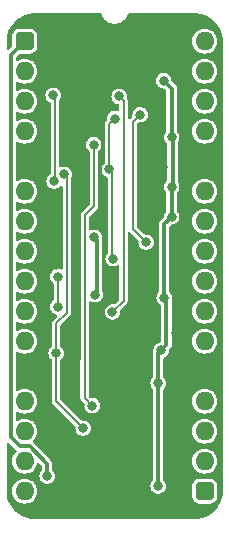
<source format=gbl>
%TF.GenerationSoftware,KiCad,Pcbnew,8.0.4*%
%TF.CreationDate,2024-08-13T15:33:33+02:00*%
%TF.ProjectId,SD Card Write Signals,53442043-6172-4642-9057-726974652053,V0*%
%TF.SameCoordinates,PX54c81a0PY37b6b20*%
%TF.FileFunction,Copper,L2,Bot*%
%TF.FilePolarity,Positive*%
%FSLAX46Y46*%
G04 Gerber Fmt 4.6, Leading zero omitted, Abs format (unit mm)*
G04 Created by KiCad (PCBNEW 8.0.4) date 2024-08-13 15:33:33*
%MOMM*%
%LPD*%
G01*
G04 APERTURE LIST*
G04 Aperture macros list*
%AMRoundRect*
0 Rectangle with rounded corners*
0 $1 Rounding radius*
0 $2 $3 $4 $5 $6 $7 $8 $9 X,Y pos of 4 corners*
0 Add a 4 corners polygon primitive as box body*
4,1,4,$2,$3,$4,$5,$6,$7,$8,$9,$2,$3,0*
0 Add four circle primitives for the rounded corners*
1,1,$1+$1,$2,$3*
1,1,$1+$1,$4,$5*
1,1,$1+$1,$6,$7*
1,1,$1+$1,$8,$9*
0 Add four rect primitives between the rounded corners*
20,1,$1+$1,$2,$3,$4,$5,0*
20,1,$1+$1,$4,$5,$6,$7,0*
20,1,$1+$1,$6,$7,$8,$9,0*
20,1,$1+$1,$8,$9,$2,$3,0*%
G04 Aperture macros list end*
%TA.AperFunction,ComponentPad*%
%ADD10RoundRect,0.400000X-0.400000X-0.400000X0.400000X-0.400000X0.400000X0.400000X-0.400000X0.400000X0*%
%TD*%
%TA.AperFunction,ComponentPad*%
%ADD11O,1.600000X1.600000*%
%TD*%
%TA.AperFunction,ComponentPad*%
%ADD12R,1.600000X1.600000*%
%TD*%
%TA.AperFunction,ViaPad*%
%ADD13C,0.800000*%
%TD*%
%TA.AperFunction,Conductor*%
%ADD14C,0.380000*%
%TD*%
%TA.AperFunction,Conductor*%
%ADD15C,0.200000*%
%TD*%
G04 APERTURE END LIST*
D10*
%TO.P,J1,1,Pin_1*%
%TO.N,5V*%
X0Y0D03*
D11*
%TO.P,J1,2,Pin_2*%
%TO.N,unconnected-(J1-Pin_2-Pad2)*%
X0Y-2540000D03*
%TO.P,J1,3,Pin_3*%
%TO.N,unconnected-(J1-Pin_3-Pad3)*%
X0Y-5080000D03*
%TO.P,J1,4,Pin_4*%
%TO.N,unconnected-(J1-Pin_4-Pad4)*%
X0Y-7620000D03*
D12*
%TO.P,J1,5,Pin_5*%
%TO.N,GND*%
X0Y-10160000D03*
D11*
%TO.P,J1,6,Pin_6*%
%TO.N,Write Data High*%
X0Y-12700000D03*
%TO.P,J1,7,Pin_7*%
%TO.N,Write Data Low*%
X0Y-15240000D03*
%TO.P,J1,8,Pin_8*%
%TO.N,~{Reset}*%
X0Y-17780000D03*
%TO.P,J1,9,Pin_9*%
%TO.N,unconnected-(J1-Pin_9-Pad9)*%
X0Y-20320000D03*
%TO.P,J1,10,Pin_10*%
%TO.N,unconnected-(J1-Pin_10-Pad10)*%
X0Y-22860000D03*
%TO.P,J1,11,Pin_11*%
%TO.N,Fast CLK*%
X0Y-25400000D03*
D12*
%TO.P,J1,12,Pin_12*%
%TO.N,GND*%
X0Y-27940000D03*
D11*
%TO.P,J1,13,Pin_13*%
%TO.N,unconnected-(J1-Pin_13-Pad13)*%
X0Y-30480000D03*
%TO.P,J1,14,Pin_14*%
%TO.N,unconnected-(J1-Pin_14-Pad14)*%
X0Y-33020000D03*
%TO.P,J1,15,Pin_15*%
%TO.N,unconnected-(J1-Pin_15-Pad15)*%
X0Y-35560000D03*
%TO.P,J1,16,Pin_16*%
%TO.N,unconnected-(J1-Pin_16-Pad16)*%
X0Y-38100000D03*
D10*
%TO.P,J1,17,Pin_17*%
%TO.N,5V*%
X15240000Y-38100000D03*
D11*
%TO.P,J1,18,Pin_18*%
%TO.N,unconnected-(J1-Pin_18-Pad18)*%
X15240000Y-35560000D03*
%TO.P,J1,19,Pin_19*%
%TO.N,unconnected-(J1-Pin_19-Pad19)*%
X15240000Y-33020000D03*
%TO.P,J1,20,Pin_20*%
%TO.N,~{Write Low Nybble}*%
X15240000Y-30480000D03*
D12*
%TO.P,J1,21,Pin_21*%
%TO.N,GND*%
X15240000Y-27940000D03*
D11*
%TO.P,J1,22,Pin_22*%
%TO.N,~{Write High Nybble}*%
X15240000Y-25400000D03*
%TO.P,J1,23,Pin_23*%
%TO.N,unconnected-(J1-Pin_23-Pad23)*%
X15240000Y-22860000D03*
%TO.P,J1,24,Pin_24*%
%TO.N,unconnected-(J1-Pin_24-Pad24)*%
X15240000Y-20320000D03*
%TO.P,J1,25,Pin_25*%
%TO.N,Write Data*%
X15240000Y-17780000D03*
%TO.P,J1,26,Pin_26*%
%TO.N,unconnected-(J1-Pin_26-Pad26)*%
X15240000Y-15240000D03*
%TO.P,J1,27,Pin_27*%
%TO.N,unconnected-(J1-Pin_27-Pad27)*%
X15240000Y-12700000D03*
D12*
%TO.P,J1,28,Pin_28*%
%TO.N,GND*%
X15240000Y-10160000D03*
D11*
%TO.P,J1,29,Pin_29*%
%TO.N,SD CLK*%
X15240000Y-7620000D03*
%TO.P,J1,30,Pin_30*%
%TO.N,unconnected-(J1-Pin_30-Pad30)*%
X15240000Y-5080000D03*
%TO.P,J1,31,Pin_31*%
%TO.N,unconnected-(J1-Pin_31-Pad31)*%
X15240000Y-2540000D03*
%TO.P,J1,32,Pin_32*%
%TO.N,unconnected-(J1-Pin_32-Pad32)*%
X15240000Y0D03*
%TD*%
D13*
%TO.N,/3.3V*%
X11770000Y-3343000D03*
X11811003Y-21717003D03*
X12446000Y-8123000D03*
X5883169Y-16595831D03*
X11557000Y-26162000D03*
X11303000Y-28956000D03*
X11303000Y-37670000D03*
X5969000Y-21463000D03*
X12446000Y-14859000D03*
X12446000Y-12319000D03*
%TO.N,GND*%
X10077030Y-2837970D03*
X13081000Y-19304000D03*
X6858000Y-24003000D03*
X2651263Y-18927502D03*
X13081000Y-31750000D03*
X11684000Y-10618000D03*
X10287000Y-18415008D03*
X10286988Y-34925000D03*
X3429000Y-34798000D03*
X3937000Y-27558996D03*
X12827008Y-24715000D03*
X4753557Y-5925000D03*
X10033000Y-5206996D03*
X4660000Y-2667000D03*
X4473775Y-13065003D03*
X6045999Y-27050998D03*
X11108002Y-23996087D03*
X8531893Y-27654998D03*
X2648543Y-16364992D03*
%TO.N,5V*%
X1905000Y-36830000D03*
%TO.N,/SD Write*%
X3349124Y-11268002D03*
X2667000Y-26416000D03*
X4953000Y-32766000D03*
%TO.N,/~{Reset Write Counter}*%
X2794000Y-22479000D03*
X2806000Y-19939000D03*
%TO.N,/~{SD Write}*%
X2413000Y-4572000D03*
X2488154Y-11853107D03*
%TO.N,/~{Stop Write}*%
X5715000Y-30861000D03*
X5841996Y-8762996D03*
%TO.N,Fast CLK*%
X7988362Y-4671974D03*
X7429500Y-22923500D03*
%TO.N,Write Data*%
X10287000Y-17018006D03*
X9779000Y-6223000D03*
%TO.N,/~{Write Data}*%
X7493000Y-18415000D03*
X7620000Y-6555000D03*
X7163644Y-10858000D03*
%TD*%
D14*
%TO.N,GND*%
X6045999Y-25831001D02*
X6045999Y-27050998D01*
X6858000Y-24003000D02*
X6858000Y-25019000D01*
X6858000Y-25019000D02*
X6045999Y-25831001D01*
X4572000Y-26923996D02*
X3937000Y-27558996D01*
X4572000Y-13163228D02*
X4572000Y-26923996D01*
X4473775Y-13065003D02*
X4572000Y-13163228D01*
X8531893Y-27654998D02*
X6649999Y-27654998D01*
D15*
%TO.N,/~{Stop Write}*%
X5841996Y-13970004D02*
X5841996Y-8762996D01*
X5071947Y-14740053D02*
X5841996Y-13970004D01*
X5071947Y-30217947D02*
X5071947Y-14740053D01*
X5715000Y-30861000D02*
X5071947Y-30217947D01*
D14*
%TO.N,GND*%
X6649999Y-27654998D02*
X6045999Y-27050998D01*
%TO.N,/3.3V*%
X6096000Y-21336000D02*
X6096000Y-16808662D01*
X12446000Y-4019000D02*
X12446000Y-8123000D01*
X11770000Y-3343000D02*
X12446000Y-4019000D01*
X11303000Y-26416000D02*
X11557000Y-26162000D01*
X5969000Y-21463000D02*
X6096000Y-21336000D01*
X12524000Y-8201000D02*
X12446000Y-8123000D01*
X12001502Y-21907502D02*
X11811003Y-21717003D01*
X6096000Y-16808662D02*
X5883169Y-16595831D01*
X11303000Y-37670000D02*
X11303000Y-28956000D01*
X12446000Y-12319000D02*
X12446000Y-14859000D01*
X11557000Y-26162000D02*
X12001502Y-25717498D01*
X11811003Y-15493997D02*
X11811003Y-21717003D01*
X12001502Y-25717498D02*
X12001502Y-21907502D01*
X12446000Y-14859000D02*
X11811003Y-15493997D01*
X12524000Y-12241000D02*
X12524000Y-8201000D01*
X11303000Y-28956000D02*
X11303000Y-26416000D01*
X12446000Y-12319000D02*
X12524000Y-12241000D01*
%TO.N,GND*%
X4753557Y-5925000D02*
X4699000Y-5870443D01*
X13970000Y-27940000D02*
X12827008Y-26797008D01*
X10287000Y-22606000D02*
X10287000Y-18415008D01*
X4753557Y-5925000D02*
X4699000Y-5979557D01*
X12827008Y-26797008D02*
X12827008Y-24715000D01*
X4660000Y-2667000D02*
X9906060Y-2667000D01*
X11108002Y-23996087D02*
X11101089Y-24003000D01*
X11101089Y-24003000D02*
X6858000Y-24003000D01*
X0Y-27940000D02*
X1778000Y-29718000D01*
X13081000Y-24461008D02*
X13081000Y-19304000D01*
X11176000Y-11126000D02*
X11684000Y-10618000D01*
X11176000Y-17653000D02*
X11176000Y-11126000D01*
X9906060Y-2667000D02*
X10077030Y-2837970D01*
X12827008Y-24715000D02*
X13081000Y-24461008D01*
X4699000Y-12839778D02*
X4473775Y-13065003D01*
X4699000Y-5979557D02*
X4699000Y-12839778D01*
X2648543Y-16364992D02*
X2648543Y-13316543D01*
X10413992Y-18415008D02*
X11176000Y-17653000D01*
X10077030Y-5162966D02*
X10077030Y-2837970D01*
X2648543Y-18924782D02*
X2651263Y-18927502D01*
X10619000Y-9553000D02*
X10619000Y-5792996D01*
X1778000Y-29718000D02*
X1778000Y-33147000D01*
X10287000Y-18415008D02*
X10413992Y-18415008D01*
X10033000Y-5206996D02*
X10077030Y-5162966D01*
X4699000Y-5870443D02*
X4699000Y-2706000D01*
X2648543Y-13316543D02*
X0Y-10668000D01*
X1778000Y-33147000D02*
X3429000Y-34798000D01*
X11108002Y-23427002D02*
X10287000Y-22606000D01*
X10619000Y-5792996D02*
X10033000Y-5206996D01*
X4699000Y-2706000D02*
X4660000Y-2667000D01*
X13081000Y-31750000D02*
X13081000Y-28829000D01*
X13081000Y-28829000D02*
X13970000Y-27940000D01*
X11108002Y-23996087D02*
X11108002Y-23427002D01*
X2648543Y-16364992D02*
X2648543Y-18924782D01*
X15240000Y-27940000D02*
X13970000Y-27940000D01*
X11684000Y-10618000D02*
X10619000Y-9553000D01*
%TO.N,5V*%
X-1190000Y-1190000D02*
X0Y0D01*
X412915Y-34290000D02*
X-412915Y-34290000D01*
X-412915Y-34290000D02*
X-1190000Y-33512915D01*
X-1190000Y-33512915D02*
X-1190000Y-1190000D01*
X1905000Y-35782085D02*
X412915Y-34290000D01*
X1905000Y-36830000D02*
X1905000Y-35782085D01*
D15*
%TO.N,/SD Write*%
X3556000Y-22987000D02*
X3556000Y-11474878D01*
X2667000Y-26416000D02*
X2667000Y-30480000D01*
X3556000Y-11474878D02*
X3349124Y-11268002D01*
X2667000Y-30480000D02*
X4953000Y-32766000D01*
X2667000Y-26416000D02*
X2667000Y-23876000D01*
X2667000Y-23876000D02*
X3556000Y-22987000D01*
%TO.N,/~{Reset Write Counter}*%
X2794000Y-22479000D02*
X2806000Y-22467000D01*
X2806000Y-22467000D02*
X2806000Y-19939000D01*
%TO.N,/~{SD Write}*%
X2413000Y-4572000D02*
X2540000Y-4699000D01*
X2540000Y-4699000D02*
X2540000Y-11801261D01*
X2540000Y-11801261D02*
X2488154Y-11853107D01*
%TO.N,Fast CLK*%
X8370000Y-5053612D02*
X7988362Y-4671974D01*
X7429500Y-22923500D02*
X8370000Y-21983000D01*
X8370000Y-21983000D02*
X8370000Y-5053612D01*
%TO.N,Write Data*%
X9144004Y-15875010D02*
X9144004Y-6857996D01*
X9144004Y-6857996D02*
X9779000Y-6223000D01*
X10287000Y-17018006D02*
X9144004Y-15875010D01*
%TO.N,/~{Write Data}*%
X7366000Y-18288000D02*
X7366000Y-11060356D01*
X7163644Y-7011356D02*
X7620000Y-6555000D01*
X7366000Y-11060356D02*
X7163644Y-10858000D01*
X7163644Y-10858000D02*
X7163644Y-7011356D01*
X7493000Y-18415000D02*
X7366000Y-18288000D01*
%TD*%
%TA.AperFunction,Conductor*%
%TO.N,GND*%
G36*
X-1322297Y-34004025D02*
G01*
X-1315819Y-34010057D01*
X-714560Y-34611316D01*
X-681075Y-34672639D01*
X-686059Y-34742331D01*
X-723574Y-34794849D01*
X-746412Y-34813592D01*
X-877683Y-34973546D01*
X-975231Y-35156043D01*
X-1035301Y-35354067D01*
X-1055583Y-35560000D01*
X-1035301Y-35765932D01*
X-1035300Y-35765934D01*
X-975232Y-35963954D01*
X-877685Y-36146450D01*
X-877683Y-36146452D01*
X-746411Y-36306410D01*
X-649791Y-36385702D01*
X-586450Y-36437685D01*
X-403954Y-36535232D01*
X-205934Y-36595300D01*
X-205935Y-36595300D01*
X-187471Y-36597118D01*
X0Y-36615583D01*
X205934Y-36595300D01*
X403954Y-36535232D01*
X586450Y-36437685D01*
X746410Y-36306410D01*
X877685Y-36146450D01*
X975232Y-35963954D01*
X1028914Y-35786984D01*
X1067210Y-35728548D01*
X1131023Y-35700092D01*
X1200090Y-35710652D01*
X1235255Y-35735301D01*
X1428181Y-35928227D01*
X1461666Y-35989550D01*
X1464500Y-36015908D01*
X1464500Y-36295381D01*
X1444815Y-36362420D01*
X1422727Y-36388196D01*
X1414518Y-36395468D01*
X1324781Y-36525475D01*
X1324780Y-36525476D01*
X1268762Y-36673181D01*
X1249722Y-36829999D01*
X1249722Y-36830000D01*
X1268762Y-36986818D01*
X1321080Y-37124768D01*
X1324780Y-37134523D01*
X1414517Y-37264530D01*
X1524000Y-37361522D01*
X1524000Y-40463232D01*
X839477Y-40463232D01*
X831992Y-40463006D01*
X558355Y-40446458D01*
X543490Y-40444653D01*
X277546Y-40395920D01*
X263006Y-40392337D01*
X4865Y-40311899D01*
X-9135Y-40306589D01*
X-255693Y-40195625D01*
X-268946Y-40188670D01*
X-500348Y-40048786D01*
X-512660Y-40040286D01*
X-725491Y-39873546D01*
X-736700Y-39863617D01*
X-927895Y-39672425D01*
X-937824Y-39661217D01*
X-1104569Y-39448385D01*
X-1113075Y-39436062D01*
X-1252958Y-39204671D01*
X-1259906Y-39191435D01*
X-1370889Y-38944842D01*
X-1376190Y-38930862D01*
X-1387622Y-38894177D01*
X-1456631Y-38672720D01*
X-1460213Y-38658187D01*
X-1508950Y-38392236D01*
X-1510755Y-38377372D01*
X-1527274Y-38104281D01*
X-1527403Y-38100000D01*
X-1055583Y-38100000D01*
X-1035301Y-38305932D01*
X-1035300Y-38305934D01*
X-975232Y-38503954D01*
X-877685Y-38686450D01*
X-877683Y-38686452D01*
X-746411Y-38846410D01*
X-649791Y-38925702D01*
X-586450Y-38977685D01*
X-403954Y-39075232D01*
X-205934Y-39135300D01*
X-205935Y-39135300D01*
X-187471Y-39137118D01*
X0Y-39155583D01*
X205934Y-39135300D01*
X403954Y-39075232D01*
X586450Y-38977685D01*
X746410Y-38846410D01*
X877685Y-38686450D01*
X975232Y-38503954D01*
X1035300Y-38305934D01*
X1055583Y-38100000D01*
X1035300Y-37894066D01*
X975232Y-37696046D01*
X877685Y-37513550D01*
X819537Y-37442696D01*
X746410Y-37353589D01*
X586452Y-37222317D01*
X586453Y-37222317D01*
X586450Y-37222315D01*
X403954Y-37124768D01*
X205934Y-37064700D01*
X205932Y-37064699D01*
X205934Y-37064699D01*
X0Y-37044417D01*
X-205933Y-37064699D01*
X-403957Y-37124769D01*
X-514102Y-37183643D01*
X-586450Y-37222315D01*
X-586452Y-37222316D01*
X-586453Y-37222317D01*
X-746411Y-37353589D01*
X-877683Y-37513547D01*
X-975231Y-37696043D01*
X-1035301Y-37894067D01*
X-1055583Y-38100000D01*
X-1527403Y-38100000D01*
X-1527500Y-38096794D01*
X-1527500Y-34097738D01*
X-1507815Y-34030699D01*
X-1455011Y-33984944D01*
X-1385853Y-33975000D01*
X-1322297Y-34004025D01*
G37*
%TD.AperFunction*%
%TA.AperFunction,Conductor*%
G36*
X1524000Y-34778124D02*
G01*
X714559Y-33968683D01*
X681074Y-33907360D01*
X686058Y-33837668D01*
X723577Y-33785147D01*
X746410Y-33766410D01*
X877685Y-33606450D01*
X975232Y-33423954D01*
X1035300Y-33225934D01*
X1055583Y-33020000D01*
X1035300Y-32814066D01*
X975232Y-32616046D01*
X877685Y-32433550D01*
X825702Y-32370209D01*
X746410Y-32273589D01*
X628677Y-32176969D01*
X586450Y-32142315D01*
X403954Y-32044768D01*
X205934Y-31984700D01*
X205932Y-31984699D01*
X205934Y-31984699D01*
X0Y-31964417D01*
X-205933Y-31984699D01*
X-403959Y-32044769D01*
X-567047Y-32131943D01*
X-635449Y-32146185D01*
X-700693Y-32121185D01*
X-742064Y-32064880D01*
X-749500Y-32022585D01*
X-749500Y-31477414D01*
X-729815Y-31410375D01*
X-677011Y-31364620D01*
X-607853Y-31354676D01*
X-567050Y-31368054D01*
X-403954Y-31455232D01*
X-205934Y-31515300D01*
X-205935Y-31515300D01*
X-187471Y-31517118D01*
X0Y-31535583D01*
X205934Y-31515300D01*
X403954Y-31455232D01*
X586450Y-31357685D01*
X746410Y-31226410D01*
X877685Y-31066450D01*
X975232Y-30883954D01*
X1035300Y-30685934D01*
X1055583Y-30480000D01*
X1035300Y-30274066D01*
X975232Y-30076046D01*
X877685Y-29893550D01*
X825702Y-29830209D01*
X746410Y-29733589D01*
X628677Y-29636969D01*
X586450Y-29602315D01*
X403954Y-29504768D01*
X205934Y-29444700D01*
X205932Y-29444699D01*
X205934Y-29444699D01*
X0Y-29424417D01*
X-205933Y-29444699D01*
X-403959Y-29504769D01*
X-567047Y-29591943D01*
X-635449Y-29606185D01*
X-700693Y-29581185D01*
X-742064Y-29524880D01*
X-749500Y-29482585D01*
X-749500Y-26397414D01*
X-729815Y-26330375D01*
X-677011Y-26284620D01*
X-607853Y-26274676D01*
X-567050Y-26288054D01*
X-403954Y-26375232D01*
X-205934Y-26435300D01*
X-205935Y-26435300D01*
X-187471Y-26437118D01*
X0Y-26455583D01*
X205934Y-26435300D01*
X403954Y-26375232D01*
X586450Y-26277685D01*
X746410Y-26146410D01*
X877685Y-25986450D01*
X975232Y-25803954D01*
X1035300Y-25605934D01*
X1055583Y-25400000D01*
X1035300Y-25194066D01*
X975232Y-24996046D01*
X877685Y-24813550D01*
X825702Y-24750209D01*
X746410Y-24653589D01*
X628677Y-24556969D01*
X586450Y-24522315D01*
X403954Y-24424768D01*
X205934Y-24364700D01*
X205932Y-24364699D01*
X205934Y-24364699D01*
X0Y-24344417D01*
X-205933Y-24364699D01*
X-403959Y-24424769D01*
X-567047Y-24511943D01*
X-635449Y-24526185D01*
X-700693Y-24501185D01*
X-742064Y-24444880D01*
X-749500Y-24402585D01*
X-749500Y-23857414D01*
X-729815Y-23790375D01*
X-677011Y-23744620D01*
X-607853Y-23734676D01*
X-567050Y-23748054D01*
X-403954Y-23835232D01*
X-205934Y-23895300D01*
X-205935Y-23895300D01*
X-187471Y-23897118D01*
X0Y-23915583D01*
X205934Y-23895300D01*
X403954Y-23835232D01*
X586450Y-23737685D01*
X746410Y-23606410D01*
X877685Y-23446450D01*
X975232Y-23263954D01*
X1035300Y-23065934D01*
X1055583Y-22860000D01*
X1035300Y-22654066D01*
X975232Y-22456046D01*
X877685Y-22273550D01*
X825702Y-22210209D01*
X746410Y-22113589D01*
X628677Y-22016969D01*
X586450Y-21982315D01*
X403954Y-21884768D01*
X205934Y-21824700D01*
X205932Y-21824699D01*
X205934Y-21824699D01*
X0Y-21804417D01*
X-205933Y-21824699D01*
X-403959Y-21884769D01*
X-567047Y-21971943D01*
X-635449Y-21986185D01*
X-700693Y-21961185D01*
X-742064Y-21904880D01*
X-749500Y-21862585D01*
X-749500Y-21317414D01*
X-729815Y-21250375D01*
X-677011Y-21204620D01*
X-607853Y-21194676D01*
X-567050Y-21208054D01*
X-403954Y-21295232D01*
X-205934Y-21355300D01*
X-205935Y-21355300D01*
X-187471Y-21357118D01*
X0Y-21375583D01*
X205934Y-21355300D01*
X403954Y-21295232D01*
X586450Y-21197685D01*
X746410Y-21066410D01*
X877685Y-20906450D01*
X975232Y-20723954D01*
X1035300Y-20525934D01*
X1055583Y-20320000D01*
X1035300Y-20114066D01*
X975232Y-19916046D01*
X877685Y-19733550D01*
X825702Y-19670209D01*
X746410Y-19573589D01*
X628677Y-19476969D01*
X586450Y-19442315D01*
X403954Y-19344768D01*
X205934Y-19284700D01*
X205932Y-19284699D01*
X205934Y-19284699D01*
X0Y-19264417D01*
X-205933Y-19284699D01*
X-403959Y-19344769D01*
X-567047Y-19431943D01*
X-635449Y-19446185D01*
X-700693Y-19421185D01*
X-742064Y-19364880D01*
X-749500Y-19322585D01*
X-749500Y-18777414D01*
X-729815Y-18710375D01*
X-677011Y-18664620D01*
X-607853Y-18654676D01*
X-567050Y-18668054D01*
X-403954Y-18755232D01*
X-205934Y-18815300D01*
X-205935Y-18815300D01*
X-187471Y-18817118D01*
X0Y-18835583D01*
X205934Y-18815300D01*
X403954Y-18755232D01*
X586450Y-18657685D01*
X746410Y-18526410D01*
X877685Y-18366450D01*
X975232Y-18183954D01*
X1035300Y-17985934D01*
X1055583Y-17780000D01*
X1035300Y-17574066D01*
X975232Y-17376046D01*
X877685Y-17193550D01*
X825702Y-17130209D01*
X746410Y-17033589D01*
X628677Y-16936969D01*
X586450Y-16902315D01*
X403954Y-16804768D01*
X205934Y-16744700D01*
X205932Y-16744699D01*
X205934Y-16744699D01*
X0Y-16724417D01*
X-205933Y-16744699D01*
X-403959Y-16804769D01*
X-567047Y-16891943D01*
X-635449Y-16906185D01*
X-700693Y-16881185D01*
X-742064Y-16824880D01*
X-749500Y-16782585D01*
X-749500Y-16237414D01*
X-729815Y-16170375D01*
X-677011Y-16124620D01*
X-607853Y-16114676D01*
X-567050Y-16128054D01*
X-403954Y-16215232D01*
X-205934Y-16275300D01*
X-205935Y-16275300D01*
X-187471Y-16277118D01*
X0Y-16295583D01*
X205934Y-16275300D01*
X403954Y-16215232D01*
X586450Y-16117685D01*
X746410Y-15986410D01*
X877685Y-15826450D01*
X975232Y-15643954D01*
X1035300Y-15445934D01*
X1055583Y-15240000D01*
X1035300Y-15034066D01*
X975232Y-14836046D01*
X877685Y-14653550D01*
X825702Y-14590209D01*
X746410Y-14493589D01*
X628677Y-14396969D01*
X586450Y-14362315D01*
X403954Y-14264768D01*
X205934Y-14204700D01*
X205932Y-14204699D01*
X205934Y-14204699D01*
X0Y-14184417D01*
X-205933Y-14204699D01*
X-403959Y-14264769D01*
X-567047Y-14351943D01*
X-635449Y-14366185D01*
X-700693Y-14341185D01*
X-742064Y-14284880D01*
X-749500Y-14242585D01*
X-749500Y-13697414D01*
X-729815Y-13630375D01*
X-677011Y-13584620D01*
X-607853Y-13574676D01*
X-567050Y-13588054D01*
X-403954Y-13675232D01*
X-205934Y-13735300D01*
X-205935Y-13735300D01*
X-187471Y-13737118D01*
X0Y-13755583D01*
X205934Y-13735300D01*
X403954Y-13675232D01*
X586450Y-13577685D01*
X746410Y-13446410D01*
X877685Y-13286450D01*
X975232Y-13103954D01*
X1035300Y-12905934D01*
X1055583Y-12700000D01*
X1035300Y-12494066D01*
X975232Y-12296046D01*
X877685Y-12113550D01*
X825702Y-12050209D01*
X746410Y-11953589D01*
X628677Y-11856969D01*
X586450Y-11822315D01*
X403954Y-11724768D01*
X205934Y-11664700D01*
X205932Y-11664699D01*
X205934Y-11664699D01*
X0Y-11644417D01*
X-205933Y-11664699D01*
X-403959Y-11724769D01*
X-567047Y-11811943D01*
X-635449Y-11826185D01*
X-700693Y-11801185D01*
X-742064Y-11744880D01*
X-749500Y-11702585D01*
X-749500Y-8617414D01*
X-729815Y-8550375D01*
X-677011Y-8504620D01*
X-607853Y-8494676D01*
X-567050Y-8508054D01*
X-403954Y-8595232D01*
X-205934Y-8655300D01*
X-205935Y-8655300D01*
X-187471Y-8657118D01*
X0Y-8675583D01*
X205934Y-8655300D01*
X403954Y-8595232D01*
X586450Y-8497685D01*
X746410Y-8366410D01*
X877685Y-8206450D01*
X975232Y-8023954D01*
X1035300Y-7825934D01*
X1055583Y-7620000D01*
X1035300Y-7414066D01*
X975232Y-7216046D01*
X877685Y-7033550D01*
X825702Y-6970209D01*
X746410Y-6873589D01*
X628677Y-6776969D01*
X586450Y-6742315D01*
X403954Y-6644768D01*
X205934Y-6584700D01*
X205932Y-6584699D01*
X205934Y-6584699D01*
X0Y-6564417D01*
X-205933Y-6584699D01*
X-403959Y-6644769D01*
X-567047Y-6731943D01*
X-635449Y-6746185D01*
X-700693Y-6721185D01*
X-742064Y-6664880D01*
X-749500Y-6622585D01*
X-749500Y-6077414D01*
X-729815Y-6010375D01*
X-677011Y-5964620D01*
X-607853Y-5954676D01*
X-567050Y-5968054D01*
X-403954Y-6055232D01*
X-205934Y-6115300D01*
X-205935Y-6115300D01*
X-187471Y-6117118D01*
X0Y-6135583D01*
X205934Y-6115300D01*
X403954Y-6055232D01*
X586450Y-5957685D01*
X746410Y-5826410D01*
X877685Y-5666450D01*
X975232Y-5483954D01*
X1035300Y-5285934D01*
X1055583Y-5080000D01*
X1035300Y-4874066D01*
X975232Y-4676046D01*
X877685Y-4493550D01*
X825702Y-4430209D01*
X746410Y-4333589D01*
X628677Y-4236969D01*
X586450Y-4202315D01*
X403954Y-4104768D01*
X205934Y-4044700D01*
X205932Y-4044699D01*
X205934Y-4044699D01*
X0Y-4024417D01*
X-205933Y-4044699D01*
X-403959Y-4104769D01*
X-567047Y-4191943D01*
X-635449Y-4206185D01*
X-700693Y-4181185D01*
X-742064Y-4124880D01*
X-749500Y-4082585D01*
X-749500Y-3537414D01*
X-729815Y-3470375D01*
X-677011Y-3424620D01*
X-607853Y-3414676D01*
X-567050Y-3428054D01*
X-403954Y-3515232D01*
X-205934Y-3575300D01*
X-205935Y-3575300D01*
X-187471Y-3577118D01*
X0Y-3595583D01*
X205934Y-3575300D01*
X403954Y-3515232D01*
X586450Y-3417685D01*
X746410Y-3286410D01*
X877685Y-3126450D01*
X975232Y-2943954D01*
X1035300Y-2745934D01*
X1055583Y-2540000D01*
X1035300Y-2334066D01*
X975232Y-2136046D01*
X877685Y-1953550D01*
X825702Y-1890209D01*
X746410Y-1793589D01*
X628677Y-1696969D01*
X586450Y-1662315D01*
X403954Y-1564768D01*
X205934Y-1504700D01*
X205932Y-1504699D01*
X205934Y-1504699D01*
X0Y-1484417D01*
X-205933Y-1504699D01*
X-403959Y-1564769D01*
X-567047Y-1651943D01*
X-635449Y-1666185D01*
X-700693Y-1641185D01*
X-742064Y-1584880D01*
X-749500Y-1542585D01*
X-749500Y-1423823D01*
X-729815Y-1356784D01*
X-713181Y-1336142D01*
X-463858Y-1086819D01*
X-402535Y-1053334D01*
X-376177Y-1050500D01*
X465686Y-1050500D01*
X465694Y-1050500D01*
X502569Y-1047598D01*
X502571Y-1047597D01*
X502573Y-1047597D01*
X544191Y-1035505D01*
X660398Y-1001744D01*
X801865Y-918081D01*
X918081Y-801865D01*
X1001744Y-660398D01*
X1047598Y-502569D01*
X1050500Y-465694D01*
X1050500Y465694D01*
X1047598Y502569D01*
X1027217Y572719D01*
X1001745Y660394D01*
X1001744Y660397D01*
X1001744Y660398D01*
X918081Y801865D01*
X918079Y801867D01*
X918076Y801871D01*
X801870Y918077D01*
X801862Y918083D01*
X660396Y1001745D01*
X660393Y1001746D01*
X502573Y1047598D01*
X502567Y1047599D01*
X465701Y1050500D01*
X465694Y1050500D01*
X-465694Y1050500D01*
X-465702Y1050500D01*
X-502568Y1047599D01*
X-502574Y1047598D01*
X-660394Y1001746D01*
X-660397Y1001745D01*
X-801863Y918083D01*
X-801871Y918077D01*
X-918077Y801871D01*
X-918083Y801863D01*
X-1001745Y660397D01*
X-1001746Y660394D01*
X-1047598Y502574D01*
X-1047599Y502568D01*
X-1050500Y465702D01*
X-1050500Y-376177D01*
X-1070185Y-443216D01*
X-1086819Y-463858D01*
X-1315819Y-692858D01*
X-1377142Y-726343D01*
X-1446834Y-721359D01*
X-1502767Y-679487D01*
X-1527184Y-614023D01*
X-1527500Y-605177D01*
X-1527500Y-3750D01*
X-1527274Y3737D01*
X-1510722Y277369D01*
X-1508917Y292233D01*
X-1460180Y558184D01*
X-1456597Y572719D01*
X-1429275Y660397D01*
X-1376155Y830864D01*
X-1370856Y844836D01*
X-1259882Y1091409D01*
X-1252933Y1104650D01*
X-1113044Y1336051D01*
X-1104549Y1348359D01*
X-937793Y1561204D01*
X-927880Y1572394D01*
X-736675Y1763597D01*
X-725483Y1773512D01*
X-512629Y1940270D01*
X-500324Y1948763D01*
X-268924Y2088646D01*
X-255693Y2095590D01*
X-9118Y2206562D01*
X4875Y2211868D01*
X263017Y2292306D01*
X277554Y2295889D01*
X543499Y2344622D01*
X558353Y2346426D01*
X832521Y2363007D01*
X840006Y2363232D01*
X891005Y2363232D01*
X891262Y2363256D01*
X1524000Y2363521D01*
X1524000Y-34778124D01*
G37*
%TD.AperFunction*%
%TD*%
%TA.AperFunction,Conductor*%
%TO.N,GND*%
G36*
X14348938Y2363257D02*
G01*
X14349201Y2363233D01*
X14360100Y2363233D01*
X14400525Y2363233D01*
X14408010Y2363007D01*
X14681647Y2346459D01*
X14696505Y2344655D01*
X14962460Y2295920D01*
X14976981Y2292341D01*
X15235136Y2211899D01*
X15249133Y2206590D01*
X15495692Y2095627D01*
X15508951Y2088668D01*
X15740336Y1948793D01*
X15752659Y1940287D01*
X15965490Y1773547D01*
X15976699Y1763618D01*
X16167894Y1572426D01*
X16177823Y1561218D01*
X16344568Y1348386D01*
X16353075Y1336062D01*
X16492955Y1104674D01*
X16499913Y1091416D01*
X16610881Y844860D01*
X16616191Y830858D01*
X16696627Y572730D01*
X16700211Y558192D01*
X16748949Y292238D01*
X16750754Y277373D01*
X16767273Y4301D01*
X16767499Y-3186D01*
X16767500Y-38055830D01*
X16767500Y-38096249D01*
X16767274Y-38103737D01*
X16750721Y-38377369D01*
X16748916Y-38392232D01*
X16700180Y-38658178D01*
X16696596Y-38672718D01*
X16616158Y-38930851D01*
X16610848Y-38944852D01*
X16499885Y-39191399D01*
X16492927Y-39204657D01*
X16353050Y-39436039D01*
X16344543Y-39448363D01*
X16177799Y-39661194D01*
X16167870Y-39672402D01*
X15976682Y-39863588D01*
X15965474Y-39873517D01*
X15752637Y-40040262D01*
X15740313Y-40048768D01*
X15508937Y-40188637D01*
X15495678Y-40195596D01*
X15249125Y-40306557D01*
X15235124Y-40311867D01*
X14976982Y-40392305D01*
X14962443Y-40395888D01*
X14696505Y-40444620D01*
X14681641Y-40446425D01*
X14433129Y-40461454D01*
X14407477Y-40463006D01*
X14399994Y-40463232D01*
X13716000Y-40463232D01*
X13716000Y-37634298D01*
X14189500Y-37634298D01*
X14189500Y-38565701D01*
X14192401Y-38602567D01*
X14192402Y-38602573D01*
X14238254Y-38760393D01*
X14238255Y-38760396D01*
X14321917Y-38901862D01*
X14321923Y-38901870D01*
X14438129Y-39018076D01*
X14438133Y-39018079D01*
X14438135Y-39018081D01*
X14579602Y-39101744D01*
X14621224Y-39113836D01*
X14737426Y-39147597D01*
X14737429Y-39147597D01*
X14737431Y-39147598D01*
X14774306Y-39150500D01*
X14774314Y-39150500D01*
X15705686Y-39150500D01*
X15705694Y-39150500D01*
X15742569Y-39147598D01*
X15742571Y-39147597D01*
X15742573Y-39147597D01*
X15784191Y-39135505D01*
X15900398Y-39101744D01*
X16041865Y-39018081D01*
X16158081Y-38901865D01*
X16241744Y-38760398D01*
X16287598Y-38602569D01*
X16290500Y-38565694D01*
X16290500Y-37634306D01*
X16287598Y-37597431D01*
X16241744Y-37439602D01*
X16158081Y-37298135D01*
X16158079Y-37298133D01*
X16158076Y-37298129D01*
X16041870Y-37181923D01*
X16041862Y-37181917D01*
X15900396Y-37098255D01*
X15900393Y-37098254D01*
X15742573Y-37052402D01*
X15742567Y-37052401D01*
X15705701Y-37049500D01*
X15705694Y-37049500D01*
X14774306Y-37049500D01*
X14774298Y-37049500D01*
X14737432Y-37052401D01*
X14737426Y-37052402D01*
X14579606Y-37098254D01*
X14579603Y-37098255D01*
X14438137Y-37181917D01*
X14438129Y-37181923D01*
X14321923Y-37298129D01*
X14321917Y-37298137D01*
X14238255Y-37439603D01*
X14238254Y-37439606D01*
X14192402Y-37597426D01*
X14192401Y-37597432D01*
X14189500Y-37634298D01*
X13716000Y-37634298D01*
X13716000Y-35560000D01*
X14184417Y-35560000D01*
X14204699Y-35765932D01*
X14204700Y-35765934D01*
X14264768Y-35963954D01*
X14362315Y-36146450D01*
X14362317Y-36146452D01*
X14493589Y-36306410D01*
X14590209Y-36385702D01*
X14653550Y-36437685D01*
X14836046Y-36535232D01*
X15034066Y-36595300D01*
X15034065Y-36595300D01*
X15052529Y-36597118D01*
X15240000Y-36615583D01*
X15445934Y-36595300D01*
X15643954Y-36535232D01*
X15826450Y-36437685D01*
X15986410Y-36306410D01*
X16117685Y-36146450D01*
X16215232Y-35963954D01*
X16275300Y-35765934D01*
X16295583Y-35560000D01*
X16275300Y-35354066D01*
X16215232Y-35156046D01*
X16117685Y-34973550D01*
X16065702Y-34910209D01*
X15986410Y-34813589D01*
X15826452Y-34682317D01*
X15826453Y-34682317D01*
X15826450Y-34682315D01*
X15643954Y-34584768D01*
X15445934Y-34524700D01*
X15445932Y-34524699D01*
X15445934Y-34524699D01*
X15240000Y-34504417D01*
X15034067Y-34524699D01*
X14836043Y-34584769D01*
X14725898Y-34643643D01*
X14653550Y-34682315D01*
X14653548Y-34682316D01*
X14653547Y-34682317D01*
X14493589Y-34813589D01*
X14362317Y-34973547D01*
X14264769Y-35156043D01*
X14204699Y-35354067D01*
X14184417Y-35560000D01*
X13716000Y-35560000D01*
X13716000Y-33020000D01*
X14184417Y-33020000D01*
X14204699Y-33225932D01*
X14204700Y-33225934D01*
X14264768Y-33423954D01*
X14362315Y-33606450D01*
X14362317Y-33606452D01*
X14493589Y-33766410D01*
X14590209Y-33845702D01*
X14653550Y-33897685D01*
X14836046Y-33995232D01*
X15034066Y-34055300D01*
X15034065Y-34055300D01*
X15052529Y-34057118D01*
X15240000Y-34075583D01*
X15445934Y-34055300D01*
X15643954Y-33995232D01*
X15826450Y-33897685D01*
X15986410Y-33766410D01*
X16117685Y-33606450D01*
X16215232Y-33423954D01*
X16275300Y-33225934D01*
X16295583Y-33020000D01*
X16275300Y-32814066D01*
X16215232Y-32616046D01*
X16117685Y-32433550D01*
X16065702Y-32370209D01*
X15986410Y-32273589D01*
X15826452Y-32142317D01*
X15826453Y-32142317D01*
X15826450Y-32142315D01*
X15643954Y-32044768D01*
X15445934Y-31984700D01*
X15445932Y-31984699D01*
X15445934Y-31984699D01*
X15240000Y-31964417D01*
X15034067Y-31984699D01*
X14836043Y-32044769D01*
X14725898Y-32103643D01*
X14653550Y-32142315D01*
X14653548Y-32142316D01*
X14653547Y-32142317D01*
X14493589Y-32273589D01*
X14362317Y-32433547D01*
X14264769Y-32616043D01*
X14204699Y-32814067D01*
X14184417Y-33020000D01*
X13716000Y-33020000D01*
X13716000Y-30480000D01*
X14184417Y-30480000D01*
X14204699Y-30685932D01*
X14204700Y-30685934D01*
X14264768Y-30883954D01*
X14362315Y-31066450D01*
X14362317Y-31066452D01*
X14493589Y-31226410D01*
X14590209Y-31305702D01*
X14653550Y-31357685D01*
X14836046Y-31455232D01*
X15034066Y-31515300D01*
X15034065Y-31515300D01*
X15052529Y-31517118D01*
X15240000Y-31535583D01*
X15445934Y-31515300D01*
X15643954Y-31455232D01*
X15826450Y-31357685D01*
X15986410Y-31226410D01*
X16117685Y-31066450D01*
X16215232Y-30883954D01*
X16275300Y-30685934D01*
X16295583Y-30480000D01*
X16275300Y-30274066D01*
X16215232Y-30076046D01*
X16117685Y-29893550D01*
X16065702Y-29830209D01*
X15986410Y-29733589D01*
X15826452Y-29602317D01*
X15826453Y-29602317D01*
X15826450Y-29602315D01*
X15643954Y-29504768D01*
X15445934Y-29444700D01*
X15445932Y-29444699D01*
X15445934Y-29444699D01*
X15240000Y-29424417D01*
X15034067Y-29444699D01*
X14836043Y-29504769D01*
X14725898Y-29563643D01*
X14653550Y-29602315D01*
X14653548Y-29602316D01*
X14653547Y-29602317D01*
X14493589Y-29733589D01*
X14362317Y-29893547D01*
X14264769Y-30076043D01*
X14204699Y-30274067D01*
X14184417Y-30480000D01*
X13716000Y-30480000D01*
X13716000Y-25400000D01*
X14184417Y-25400000D01*
X14204699Y-25605932D01*
X14204700Y-25605934D01*
X14264768Y-25803954D01*
X14362315Y-25986450D01*
X14362317Y-25986452D01*
X14493589Y-26146410D01*
X14590209Y-26225702D01*
X14653550Y-26277685D01*
X14836046Y-26375232D01*
X15034066Y-26435300D01*
X15034065Y-26435300D01*
X15052529Y-26437118D01*
X15240000Y-26455583D01*
X15445934Y-26435300D01*
X15643954Y-26375232D01*
X15826450Y-26277685D01*
X15986410Y-26146410D01*
X16117685Y-25986450D01*
X16215232Y-25803954D01*
X16275300Y-25605934D01*
X16295583Y-25400000D01*
X16275300Y-25194066D01*
X16215232Y-24996046D01*
X16117685Y-24813550D01*
X16065702Y-24750209D01*
X15986410Y-24653589D01*
X15826452Y-24522317D01*
X15826453Y-24522317D01*
X15826450Y-24522315D01*
X15643954Y-24424768D01*
X15445934Y-24364700D01*
X15445932Y-24364699D01*
X15445934Y-24364699D01*
X15240000Y-24344417D01*
X15034067Y-24364699D01*
X14836043Y-24424769D01*
X14725898Y-24483643D01*
X14653550Y-24522315D01*
X14653548Y-24522316D01*
X14653547Y-24522317D01*
X14493589Y-24653589D01*
X14362317Y-24813547D01*
X14264769Y-24996043D01*
X14204699Y-25194067D01*
X14184417Y-25400000D01*
X13716000Y-25400000D01*
X13716000Y-22860000D01*
X14184417Y-22860000D01*
X14204699Y-23065932D01*
X14204700Y-23065934D01*
X14264768Y-23263954D01*
X14362315Y-23446450D01*
X14362317Y-23446452D01*
X14493589Y-23606410D01*
X14590209Y-23685702D01*
X14653550Y-23737685D01*
X14836046Y-23835232D01*
X15034066Y-23895300D01*
X15034065Y-23895300D01*
X15052529Y-23897118D01*
X15240000Y-23915583D01*
X15445934Y-23895300D01*
X15643954Y-23835232D01*
X15826450Y-23737685D01*
X15986410Y-23606410D01*
X16117685Y-23446450D01*
X16215232Y-23263954D01*
X16275300Y-23065934D01*
X16295583Y-22860000D01*
X16275300Y-22654066D01*
X16215232Y-22456046D01*
X16117685Y-22273550D01*
X16065702Y-22210209D01*
X15986410Y-22113589D01*
X15826452Y-21982317D01*
X15826453Y-21982317D01*
X15826450Y-21982315D01*
X15643954Y-21884768D01*
X15445934Y-21824700D01*
X15445932Y-21824699D01*
X15445934Y-21824699D01*
X15240000Y-21804417D01*
X15034067Y-21824699D01*
X14836043Y-21884769D01*
X14725898Y-21943643D01*
X14653550Y-21982315D01*
X14653548Y-21982316D01*
X14653547Y-21982317D01*
X14493589Y-22113589D01*
X14362317Y-22273547D01*
X14264769Y-22456043D01*
X14204699Y-22654067D01*
X14184417Y-22860000D01*
X13716000Y-22860000D01*
X13716000Y-20320000D01*
X14184417Y-20320000D01*
X14204699Y-20525932D01*
X14204700Y-20525934D01*
X14264768Y-20723954D01*
X14362315Y-20906450D01*
X14362317Y-20906452D01*
X14493589Y-21066410D01*
X14590209Y-21145702D01*
X14653550Y-21197685D01*
X14836046Y-21295232D01*
X15034066Y-21355300D01*
X15034065Y-21355300D01*
X15052529Y-21357118D01*
X15240000Y-21375583D01*
X15445934Y-21355300D01*
X15643954Y-21295232D01*
X15826450Y-21197685D01*
X15986410Y-21066410D01*
X16117685Y-20906450D01*
X16215232Y-20723954D01*
X16275300Y-20525934D01*
X16295583Y-20320000D01*
X16275300Y-20114066D01*
X16215232Y-19916046D01*
X16117685Y-19733550D01*
X16065702Y-19670209D01*
X15986410Y-19573589D01*
X15826452Y-19442317D01*
X15826453Y-19442317D01*
X15826450Y-19442315D01*
X15643954Y-19344768D01*
X15445934Y-19284700D01*
X15445932Y-19284699D01*
X15445934Y-19284699D01*
X15240000Y-19264417D01*
X15034067Y-19284699D01*
X14836043Y-19344769D01*
X14725898Y-19403643D01*
X14653550Y-19442315D01*
X14653548Y-19442316D01*
X14653547Y-19442317D01*
X14493589Y-19573589D01*
X14362317Y-19733547D01*
X14264769Y-19916043D01*
X14204699Y-20114067D01*
X14184417Y-20320000D01*
X13716000Y-20320000D01*
X13716000Y-17780000D01*
X14184417Y-17780000D01*
X14204699Y-17985932D01*
X14204700Y-17985934D01*
X14264768Y-18183954D01*
X14362315Y-18366450D01*
X14362317Y-18366452D01*
X14493589Y-18526410D01*
X14590209Y-18605702D01*
X14653550Y-18657685D01*
X14836046Y-18755232D01*
X15034066Y-18815300D01*
X15034065Y-18815300D01*
X15052529Y-18817118D01*
X15240000Y-18835583D01*
X15445934Y-18815300D01*
X15643954Y-18755232D01*
X15826450Y-18657685D01*
X15986410Y-18526410D01*
X16117685Y-18366450D01*
X16215232Y-18183954D01*
X16275300Y-17985934D01*
X16295583Y-17780000D01*
X16275300Y-17574066D01*
X16215232Y-17376046D01*
X16117685Y-17193550D01*
X16065702Y-17130209D01*
X15986410Y-17033589D01*
X15826452Y-16902317D01*
X15826453Y-16902317D01*
X15826450Y-16902315D01*
X15643954Y-16804768D01*
X15445934Y-16744700D01*
X15445932Y-16744699D01*
X15445934Y-16744699D01*
X15240000Y-16724417D01*
X15034067Y-16744699D01*
X14836043Y-16804769D01*
X14725898Y-16863643D01*
X14653550Y-16902315D01*
X14653548Y-16902316D01*
X14653547Y-16902317D01*
X14493589Y-17033589D01*
X14362317Y-17193547D01*
X14264769Y-17376043D01*
X14204699Y-17574067D01*
X14184417Y-17780000D01*
X13716000Y-17780000D01*
X13716000Y-15240000D01*
X14184417Y-15240000D01*
X14204699Y-15445932D01*
X14204700Y-15445934D01*
X14264768Y-15643954D01*
X14362315Y-15826450D01*
X14362317Y-15826452D01*
X14493589Y-15986410D01*
X14590209Y-16065702D01*
X14653550Y-16117685D01*
X14836046Y-16215232D01*
X15034066Y-16275300D01*
X15034065Y-16275300D01*
X15052529Y-16277118D01*
X15240000Y-16295583D01*
X15445934Y-16275300D01*
X15643954Y-16215232D01*
X15826450Y-16117685D01*
X15986410Y-15986410D01*
X16117685Y-15826450D01*
X16215232Y-15643954D01*
X16275300Y-15445934D01*
X16295583Y-15240000D01*
X16275300Y-15034066D01*
X16215232Y-14836046D01*
X16117685Y-14653550D01*
X16065702Y-14590209D01*
X15986410Y-14493589D01*
X15826452Y-14362317D01*
X15826453Y-14362317D01*
X15826450Y-14362315D01*
X15643954Y-14264768D01*
X15445934Y-14204700D01*
X15445932Y-14204699D01*
X15445934Y-14204699D01*
X15240000Y-14184417D01*
X15034067Y-14204699D01*
X14836043Y-14264769D01*
X14725898Y-14323643D01*
X14653550Y-14362315D01*
X14653548Y-14362316D01*
X14653547Y-14362317D01*
X14493589Y-14493589D01*
X14362317Y-14653547D01*
X14264769Y-14836043D01*
X14204699Y-15034067D01*
X14184417Y-15240000D01*
X13716000Y-15240000D01*
X13716000Y-12700000D01*
X14184417Y-12700000D01*
X14204699Y-12905932D01*
X14204700Y-12905934D01*
X14264768Y-13103954D01*
X14362315Y-13286450D01*
X14362317Y-13286452D01*
X14493589Y-13446410D01*
X14590209Y-13525702D01*
X14653550Y-13577685D01*
X14836046Y-13675232D01*
X15034066Y-13735300D01*
X15034065Y-13735300D01*
X15052529Y-13737118D01*
X15240000Y-13755583D01*
X15445934Y-13735300D01*
X15643954Y-13675232D01*
X15826450Y-13577685D01*
X15986410Y-13446410D01*
X16117685Y-13286450D01*
X16215232Y-13103954D01*
X16275300Y-12905934D01*
X16295583Y-12700000D01*
X16275300Y-12494066D01*
X16215232Y-12296046D01*
X16117685Y-12113550D01*
X16065702Y-12050209D01*
X15986410Y-11953589D01*
X15826452Y-11822317D01*
X15826453Y-11822317D01*
X15826450Y-11822315D01*
X15643954Y-11724768D01*
X15445934Y-11664700D01*
X15445932Y-11664699D01*
X15445934Y-11664699D01*
X15240000Y-11644417D01*
X15034067Y-11664699D01*
X14836043Y-11724769D01*
X14725898Y-11783643D01*
X14653550Y-11822315D01*
X14653548Y-11822316D01*
X14653547Y-11822317D01*
X14493589Y-11953589D01*
X14362317Y-12113547D01*
X14264769Y-12296043D01*
X14204699Y-12494067D01*
X14184417Y-12700000D01*
X13716000Y-12700000D01*
X13716000Y-7620000D01*
X14184417Y-7620000D01*
X14204699Y-7825932D01*
X14204700Y-7825934D01*
X14264768Y-8023954D01*
X14362315Y-8206450D01*
X14362317Y-8206452D01*
X14493589Y-8366410D01*
X14590209Y-8445702D01*
X14653550Y-8497685D01*
X14836046Y-8595232D01*
X15034066Y-8655300D01*
X15034065Y-8655300D01*
X15052529Y-8657118D01*
X15240000Y-8675583D01*
X15445934Y-8655300D01*
X15643954Y-8595232D01*
X15826450Y-8497685D01*
X15986410Y-8366410D01*
X16117685Y-8206450D01*
X16215232Y-8023954D01*
X16275300Y-7825934D01*
X16295583Y-7620000D01*
X16275300Y-7414066D01*
X16215232Y-7216046D01*
X16117685Y-7033550D01*
X16065702Y-6970209D01*
X15986410Y-6873589D01*
X15826452Y-6742317D01*
X15826453Y-6742317D01*
X15826450Y-6742315D01*
X15643954Y-6644768D01*
X15445934Y-6584700D01*
X15445932Y-6584699D01*
X15445934Y-6584699D01*
X15240000Y-6564417D01*
X15034067Y-6584699D01*
X14836043Y-6644769D01*
X14725898Y-6703643D01*
X14653550Y-6742315D01*
X14653548Y-6742316D01*
X14653547Y-6742317D01*
X14493589Y-6873589D01*
X14362317Y-7033547D01*
X14264769Y-7216043D01*
X14204699Y-7414067D01*
X14184417Y-7620000D01*
X13716000Y-7620000D01*
X13716000Y-5080000D01*
X14184417Y-5080000D01*
X14204699Y-5285932D01*
X14204700Y-5285934D01*
X14264768Y-5483954D01*
X14362315Y-5666450D01*
X14362317Y-5666452D01*
X14493589Y-5826410D01*
X14590209Y-5905702D01*
X14653550Y-5957685D01*
X14836046Y-6055232D01*
X15034066Y-6115300D01*
X15034065Y-6115300D01*
X15052529Y-6117118D01*
X15240000Y-6135583D01*
X15445934Y-6115300D01*
X15643954Y-6055232D01*
X15826450Y-5957685D01*
X15986410Y-5826410D01*
X16117685Y-5666450D01*
X16215232Y-5483954D01*
X16275300Y-5285934D01*
X16295583Y-5080000D01*
X16275300Y-4874066D01*
X16215232Y-4676046D01*
X16117685Y-4493550D01*
X16065702Y-4430209D01*
X15986410Y-4333589D01*
X15826452Y-4202317D01*
X15826453Y-4202317D01*
X15826450Y-4202315D01*
X15643954Y-4104768D01*
X15445934Y-4044700D01*
X15445932Y-4044699D01*
X15445934Y-4044699D01*
X15240000Y-4024417D01*
X15034067Y-4044699D01*
X14836043Y-4104769D01*
X14725898Y-4163643D01*
X14653550Y-4202315D01*
X14653548Y-4202316D01*
X14653547Y-4202317D01*
X14493589Y-4333589D01*
X14362317Y-4493547D01*
X14264769Y-4676043D01*
X14204699Y-4874067D01*
X14184417Y-5080000D01*
X13716000Y-5080000D01*
X13716000Y-2540000D01*
X14184417Y-2540000D01*
X14204699Y-2745932D01*
X14204700Y-2745934D01*
X14264768Y-2943954D01*
X14362315Y-3126450D01*
X14362317Y-3126452D01*
X14493589Y-3286410D01*
X14590209Y-3365702D01*
X14653550Y-3417685D01*
X14836046Y-3515232D01*
X15034066Y-3575300D01*
X15034065Y-3575300D01*
X15052529Y-3577118D01*
X15240000Y-3595583D01*
X15445934Y-3575300D01*
X15643954Y-3515232D01*
X15826450Y-3417685D01*
X15986410Y-3286410D01*
X16117685Y-3126450D01*
X16215232Y-2943954D01*
X16275300Y-2745934D01*
X16295583Y-2540000D01*
X16275300Y-2334066D01*
X16215232Y-2136046D01*
X16117685Y-1953550D01*
X16065702Y-1890209D01*
X15986410Y-1793589D01*
X15826452Y-1662317D01*
X15826453Y-1662317D01*
X15826450Y-1662315D01*
X15643954Y-1564768D01*
X15445934Y-1504700D01*
X15445932Y-1504699D01*
X15445934Y-1504699D01*
X15240000Y-1484417D01*
X15034067Y-1504699D01*
X14836043Y-1564769D01*
X14725898Y-1623643D01*
X14653550Y-1662315D01*
X14653548Y-1662316D01*
X14653547Y-1662317D01*
X14493589Y-1793589D01*
X14362317Y-1953547D01*
X14264769Y-2136043D01*
X14204699Y-2334067D01*
X14184417Y-2540000D01*
X13716000Y-2540000D01*
X13716000Y0D01*
X14184417Y0D01*
X14204699Y-205932D01*
X14204700Y-205934D01*
X14264768Y-403954D01*
X14362315Y-586450D01*
X14362317Y-586452D01*
X14493589Y-746410D01*
X14590209Y-825702D01*
X14653550Y-877685D01*
X14836046Y-975232D01*
X15034066Y-1035300D01*
X15034065Y-1035300D01*
X15052529Y-1037118D01*
X15240000Y-1055583D01*
X15445934Y-1035300D01*
X15643954Y-975232D01*
X15826450Y-877685D01*
X15986410Y-746410D01*
X16117685Y-586450D01*
X16215232Y-403954D01*
X16275300Y-205934D01*
X16295583Y0D01*
X16275300Y205934D01*
X16215232Y403954D01*
X16117685Y586450D01*
X16065702Y649791D01*
X15986410Y746411D01*
X15826452Y877683D01*
X15826453Y877683D01*
X15826450Y877685D01*
X15643954Y975232D01*
X15445934Y1035300D01*
X15445932Y1035301D01*
X15445934Y1035301D01*
X15240000Y1055583D01*
X15034067Y1035301D01*
X14836043Y975231D01*
X14725898Y916357D01*
X14653550Y877685D01*
X14653548Y877684D01*
X14653547Y877683D01*
X14493589Y746411D01*
X14362317Y586453D01*
X14362315Y586450D01*
X14351151Y565564D01*
X14264769Y403957D01*
X14204699Y205933D01*
X14184417Y0D01*
X13716000Y0D01*
X13716000Y2363522D01*
X14348938Y2363257D01*
G37*
%TD.AperFunction*%
%TD*%
%TA.AperFunction,Conductor*%
%TO.N,GND*%
G36*
X13716000Y2363521D02*
G01*
X13716000Y-40463232D01*
X1524000Y-40463232D01*
X1524000Y-37361522D01*
X1532759Y-37369282D01*
X1532761Y-37369284D01*
X1672634Y-37442696D01*
X1826014Y-37480500D01*
X1826015Y-37480500D01*
X1983985Y-37480500D01*
X2137365Y-37442696D01*
X2277240Y-37369283D01*
X2395483Y-37264530D01*
X2485220Y-37134523D01*
X2541237Y-36986818D01*
X2560278Y-36830000D01*
X2541237Y-36673182D01*
X2485220Y-36525477D01*
X2395483Y-36395470D01*
X2395481Y-36395468D01*
X2387273Y-36388196D01*
X2350146Y-36329007D01*
X2345500Y-36295381D01*
X2345500Y-35724094D01*
X2345500Y-35724092D01*
X2315481Y-35612058D01*
X2257488Y-35511612D01*
X2175473Y-35429597D01*
X1524000Y-34778124D01*
X1524000Y-4571999D01*
X1757722Y-4571999D01*
X1757722Y-4572000D01*
X1776762Y-4728818D01*
X1814678Y-4828792D01*
X1832780Y-4876523D01*
X1922517Y-5006530D01*
X2040760Y-5111283D01*
X2040762Y-5111284D01*
X2123126Y-5154513D01*
X2173339Y-5203098D01*
X2189500Y-5264309D01*
X2189500Y-11200242D01*
X2169815Y-11267281D01*
X2123131Y-11310036D01*
X2115915Y-11313823D01*
X2115914Y-11313824D01*
X1997670Y-11418578D01*
X1907935Y-11548582D01*
X1907934Y-11548583D01*
X1851916Y-11696288D01*
X1832876Y-11853106D01*
X1832876Y-11853107D01*
X1851916Y-12009925D01*
X1907934Y-12157630D01*
X1997671Y-12287637D01*
X2115914Y-12392390D01*
X2115916Y-12392391D01*
X2255788Y-12465803D01*
X2409168Y-12503607D01*
X2409169Y-12503607D01*
X2567139Y-12503607D01*
X2720519Y-12465803D01*
X2860394Y-12392390D01*
X2978637Y-12287637D01*
X2979450Y-12286458D01*
X2980269Y-12285795D01*
X2983611Y-12282023D01*
X2984238Y-12282578D01*
X3033733Y-12242469D01*
X3103181Y-12234809D01*
X3165746Y-12265912D01*
X3201563Y-12325903D01*
X3205500Y-12356899D01*
X3205500Y-19210044D01*
X3185815Y-19277083D01*
X3133011Y-19322838D01*
X3063853Y-19332782D01*
X3045652Y-19328084D01*
X3045649Y-19328099D01*
X2884986Y-19288500D01*
X2884985Y-19288500D01*
X2727015Y-19288500D01*
X2727014Y-19288500D01*
X2573634Y-19326303D01*
X2433762Y-19399715D01*
X2315516Y-19504471D01*
X2225781Y-19634475D01*
X2225780Y-19634476D01*
X2169762Y-19782181D01*
X2150722Y-19938999D01*
X2150722Y-19939000D01*
X2169762Y-20095818D01*
X2225780Y-20243523D01*
X2225781Y-20243524D01*
X2315517Y-20373531D01*
X2376109Y-20427210D01*
X2413726Y-20460535D01*
X2450853Y-20519723D01*
X2455500Y-20553350D01*
X2455500Y-21854018D01*
X2435815Y-21921057D01*
X2413728Y-21946832D01*
X2351137Y-22002283D01*
X2303516Y-22044471D01*
X2213781Y-22174475D01*
X2213780Y-22174476D01*
X2157762Y-22322181D01*
X2138722Y-22478999D01*
X2138722Y-22479000D01*
X2157762Y-22635818D01*
X2207393Y-22766681D01*
X2213780Y-22783523D01*
X2303517Y-22913530D01*
X2421760Y-23018283D01*
X2421762Y-23018284D01*
X2561634Y-23091696D01*
X2592409Y-23099281D01*
X2664246Y-23116986D01*
X2724626Y-23152141D01*
X2756415Y-23214360D01*
X2749520Y-23283889D01*
X2722252Y-23325064D01*
X2386531Y-23660786D01*
X2386527Y-23660791D01*
X2340387Y-23740709D01*
X2340386Y-23740712D01*
X2316500Y-23829856D01*
X2316500Y-25801649D01*
X2296815Y-25868688D01*
X2274728Y-25894462D01*
X2176517Y-25981470D01*
X2176516Y-25981471D01*
X2086781Y-26111475D01*
X2086780Y-26111476D01*
X2030762Y-26259181D01*
X2011722Y-26415999D01*
X2011722Y-26416000D01*
X2030762Y-26572818D01*
X2086780Y-26720523D01*
X2086781Y-26720524D01*
X2176517Y-26850531D01*
X2202701Y-26873727D01*
X2274726Y-26937535D01*
X2311853Y-26996723D01*
X2316500Y-27030350D01*
X2316500Y-30526144D01*
X2324628Y-30556477D01*
X2340292Y-30614938D01*
X2340296Y-30614954D01*
X2340384Y-30615284D01*
X2340386Y-30615289D01*
X2386527Y-30695208D01*
X2386531Y-30695213D01*
X4272309Y-32580991D01*
X4305794Y-32642314D01*
X4307724Y-32683617D01*
X4297722Y-32765999D01*
X4297722Y-32766000D01*
X4316762Y-32922818D01*
X4372780Y-33070523D01*
X4462517Y-33200530D01*
X4580760Y-33305283D01*
X4580762Y-33305284D01*
X4720634Y-33378696D01*
X4874014Y-33416500D01*
X4874015Y-33416500D01*
X5031985Y-33416500D01*
X5185365Y-33378696D01*
X5325240Y-33305283D01*
X5443483Y-33200530D01*
X5533220Y-33070523D01*
X5589237Y-32922818D01*
X5608278Y-32766000D01*
X5589237Y-32609182D01*
X5533220Y-32461477D01*
X5443483Y-32331470D01*
X5325240Y-32226717D01*
X5325238Y-32226716D01*
X5325237Y-32226715D01*
X5185365Y-32153303D01*
X5031986Y-32115500D01*
X5031985Y-32115500D01*
X4874015Y-32115500D01*
X4874013Y-32115500D01*
X4866572Y-32116404D01*
X4866184Y-32113209D01*
X4810662Y-32110476D01*
X4763724Y-32081042D01*
X3053819Y-30371137D01*
X3020334Y-30309814D01*
X3017500Y-30283456D01*
X3017500Y-27030350D01*
X3037185Y-26963311D01*
X3059271Y-26937536D01*
X3157483Y-26850530D01*
X3247220Y-26720523D01*
X3303237Y-26572818D01*
X3322278Y-26416000D01*
X3315237Y-26358007D01*
X3303237Y-26259181D01*
X3268540Y-26167694D01*
X3247220Y-26111477D01*
X3157483Y-25981470D01*
X3059272Y-25894463D01*
X3022147Y-25835276D01*
X3017500Y-25801649D01*
X3017500Y-24072544D01*
X3037185Y-24005505D01*
X3053819Y-23984863D01*
X3377896Y-23660786D01*
X3836470Y-23202212D01*
X3882614Y-23122288D01*
X3885213Y-23112587D01*
X3890812Y-23091695D01*
X3896553Y-23070263D01*
X3906500Y-23033144D01*
X3906500Y-14693909D01*
X4721447Y-14693909D01*
X4721447Y-30264090D01*
X4733698Y-30309814D01*
X4736888Y-30321717D01*
X4745333Y-30353235D01*
X4791477Y-30433159D01*
X4914795Y-30556477D01*
X5034309Y-30675990D01*
X5067794Y-30737313D01*
X5069724Y-30778616D01*
X5059722Y-30860999D01*
X5059722Y-30861000D01*
X5078762Y-31017818D01*
X5134780Y-31165523D01*
X5224517Y-31295530D01*
X5342760Y-31400283D01*
X5342762Y-31400284D01*
X5482634Y-31473696D01*
X5636014Y-31511500D01*
X5636015Y-31511500D01*
X5793985Y-31511500D01*
X5947365Y-31473696D01*
X6087240Y-31400283D01*
X6205483Y-31295530D01*
X6295220Y-31165523D01*
X6351237Y-31017818D01*
X6370278Y-30861000D01*
X6351237Y-30704182D01*
X6295220Y-30556477D01*
X6205483Y-30426470D01*
X6087240Y-30321717D01*
X6087238Y-30321716D01*
X6087237Y-30321715D01*
X5947365Y-30248303D01*
X5793986Y-30210500D01*
X5793985Y-30210500D01*
X5636015Y-30210500D01*
X5636014Y-30210500D01*
X5628568Y-30211404D01*
X5628174Y-30208166D01*
X5572906Y-30205561D01*
X5525723Y-30176042D01*
X5458765Y-30109083D01*
X5425281Y-30047759D01*
X5422447Y-30021402D01*
X5422447Y-28955999D01*
X10647722Y-28955999D01*
X10647722Y-28956000D01*
X10666762Y-29112818D01*
X10722780Y-29260523D01*
X10812517Y-29390530D01*
X10820723Y-29397800D01*
X10857852Y-29456987D01*
X10862500Y-29490618D01*
X10862500Y-37135381D01*
X10842815Y-37202420D01*
X10820727Y-37228196D01*
X10812518Y-37235468D01*
X10722781Y-37365475D01*
X10722780Y-37365476D01*
X10666762Y-37513181D01*
X10647722Y-37669999D01*
X10647722Y-37670000D01*
X10666762Y-37826818D01*
X10722780Y-37974523D01*
X10812517Y-38104530D01*
X10930760Y-38209283D01*
X10930762Y-38209284D01*
X11070634Y-38282696D01*
X11224014Y-38320500D01*
X11224015Y-38320500D01*
X11381985Y-38320500D01*
X11535365Y-38282696D01*
X11675240Y-38209283D01*
X11793483Y-38104530D01*
X11883220Y-37974523D01*
X11939237Y-37826818D01*
X11958278Y-37670000D01*
X11939237Y-37513182D01*
X11926842Y-37480500D01*
X11912505Y-37442696D01*
X11883220Y-37365477D01*
X11793483Y-37235470D01*
X11793481Y-37235468D01*
X11785273Y-37228196D01*
X11748146Y-37169007D01*
X11743500Y-37135381D01*
X11743500Y-29490618D01*
X11763185Y-29423579D01*
X11785274Y-29397801D01*
X11793483Y-29390530D01*
X11883220Y-29260523D01*
X11939237Y-29112818D01*
X11958278Y-28956000D01*
X11939237Y-28799182D01*
X11883220Y-28651477D01*
X11793483Y-28521470D01*
X11793481Y-28521468D01*
X11785273Y-28514196D01*
X11748146Y-28455007D01*
X11743500Y-28421381D01*
X11743500Y-26873727D01*
X11763185Y-26806688D01*
X11809871Y-26763933D01*
X11929240Y-26701283D01*
X12047483Y-26596530D01*
X12137220Y-26466523D01*
X12193237Y-26318818D01*
X12211586Y-26167691D01*
X12239207Y-26103516D01*
X12247002Y-26094958D01*
X12353988Y-25987973D01*
X12353988Y-25987972D01*
X12353990Y-25987971D01*
X12409672Y-25891527D01*
X12411983Y-25887525D01*
X12442002Y-25775491D01*
X12442002Y-21910126D01*
X12445607Y-21880443D01*
X12447236Y-21873830D01*
X12447240Y-21873821D01*
X12466281Y-21717003D01*
X12447240Y-21560185D01*
X12391223Y-21412480D01*
X12301486Y-21282473D01*
X12301484Y-21282471D01*
X12293276Y-21275199D01*
X12256149Y-21216010D01*
X12251503Y-21182384D01*
X12251503Y-15727820D01*
X12271188Y-15660781D01*
X12287822Y-15640139D01*
X12382142Y-15545819D01*
X12443465Y-15512334D01*
X12469823Y-15509500D01*
X12524985Y-15509500D01*
X12678365Y-15471696D01*
X12818240Y-15398283D01*
X12936483Y-15293530D01*
X13026220Y-15163523D01*
X13082237Y-15015818D01*
X13101278Y-14859000D01*
X13082237Y-14702182D01*
X13082236Y-14702180D01*
X13026219Y-14554475D01*
X12992074Y-14505008D01*
X12936483Y-14424470D01*
X12936481Y-14424468D01*
X12928273Y-14417196D01*
X12891146Y-14358007D01*
X12886500Y-14324381D01*
X12886500Y-12853618D01*
X12906185Y-12786579D01*
X12928274Y-12760801D01*
X12936483Y-12753530D01*
X13026220Y-12623523D01*
X13082237Y-12475818D01*
X13101278Y-12319000D01*
X13091056Y-12234809D01*
X13082237Y-12162181D01*
X13060992Y-12106164D01*
X13026220Y-12014477D01*
X12986449Y-11956858D01*
X12964567Y-11890505D01*
X12964500Y-11886420D01*
X12964500Y-8555579D01*
X12984185Y-8488540D01*
X12986414Y-8485191D01*
X13026220Y-8427523D01*
X13082237Y-8279818D01*
X13101278Y-8123000D01*
X13082237Y-7966182D01*
X13026220Y-7818477D01*
X12936483Y-7688470D01*
X12936481Y-7688468D01*
X12928273Y-7681196D01*
X12891146Y-7622007D01*
X12886500Y-7588381D01*
X12886500Y-3961009D01*
X12886500Y-3961007D01*
X12856481Y-3848973D01*
X12798488Y-3748526D01*
X12460000Y-3410039D01*
X12426516Y-3348717D01*
X12424587Y-3337315D01*
X12406237Y-3186182D01*
X12350220Y-3038477D01*
X12260483Y-2908470D01*
X12142240Y-2803717D01*
X12142238Y-2803716D01*
X12142237Y-2803715D01*
X12002365Y-2730303D01*
X11848986Y-2692500D01*
X11848985Y-2692500D01*
X11691015Y-2692500D01*
X11691014Y-2692500D01*
X11537634Y-2730303D01*
X11397762Y-2803715D01*
X11279516Y-2908471D01*
X11189781Y-3038475D01*
X11189780Y-3038476D01*
X11133762Y-3186181D01*
X11114722Y-3342999D01*
X11114722Y-3343000D01*
X11133762Y-3499818D01*
X11189780Y-3647523D01*
X11279517Y-3777530D01*
X11397760Y-3882283D01*
X11397762Y-3882284D01*
X11537634Y-3955696D01*
X11691014Y-3993500D01*
X11691015Y-3993500D01*
X11746176Y-3993500D01*
X11813215Y-4013185D01*
X11833852Y-4029814D01*
X11969182Y-4165143D01*
X12002666Y-4226464D01*
X12005500Y-4252823D01*
X12005500Y-7588381D01*
X11985815Y-7655420D01*
X11963727Y-7681196D01*
X11955518Y-7688468D01*
X11865781Y-7818475D01*
X11865780Y-7818476D01*
X11809762Y-7966181D01*
X11790722Y-8122999D01*
X11790722Y-8123000D01*
X11809762Y-8279818D01*
X11865779Y-8427521D01*
X11865780Y-8427523D01*
X11955517Y-8557530D01*
X12041727Y-8633905D01*
X12078853Y-8693093D01*
X12083500Y-8726720D01*
X12083500Y-11715280D01*
X12063815Y-11782319D01*
X12041728Y-11808093D01*
X11990920Y-11853106D01*
X11955516Y-11884471D01*
X11865781Y-12014475D01*
X11865780Y-12014476D01*
X11809762Y-12162181D01*
X11790722Y-12318999D01*
X11790722Y-12319000D01*
X11809762Y-12475818D01*
X11865780Y-12623523D01*
X11955517Y-12753530D01*
X11963723Y-12760800D01*
X12000852Y-12819987D01*
X12005500Y-12853618D01*
X12005500Y-14324381D01*
X11985815Y-14391420D01*
X11963727Y-14417196D01*
X11955518Y-14424468D01*
X11865781Y-14554475D01*
X11809763Y-14702180D01*
X11791413Y-14853305D01*
X11763791Y-14917483D01*
X11755999Y-14926039D01*
X11540530Y-15141509D01*
X11458517Y-15223521D01*
X11458515Y-15223524D01*
X11400522Y-15323968D01*
X11370503Y-15436004D01*
X11370503Y-21182384D01*
X11350818Y-21249423D01*
X11328730Y-21275199D01*
X11320521Y-21282471D01*
X11230784Y-21412478D01*
X11230783Y-21412479D01*
X11174765Y-21560184D01*
X11155725Y-21717002D01*
X11155725Y-21717003D01*
X11174765Y-21873821D01*
X11202456Y-21946834D01*
X11230783Y-22021526D01*
X11320520Y-22151533D01*
X11438763Y-22256286D01*
X11494628Y-22285606D01*
X11544840Y-22334189D01*
X11561002Y-22395402D01*
X11561002Y-25393897D01*
X11541317Y-25460936D01*
X11488513Y-25506691D01*
X11466677Y-25514294D01*
X11324633Y-25549304D01*
X11184762Y-25622715D01*
X11066516Y-25727471D01*
X10976781Y-25857475D01*
X10976780Y-25857476D01*
X10920762Y-26005181D01*
X10901722Y-26161999D01*
X10901722Y-26162002D01*
X10903596Y-26177439D01*
X10895063Y-26239830D01*
X10892521Y-26245967D01*
X10862500Y-26358007D01*
X10862500Y-28421381D01*
X10842815Y-28488420D01*
X10820727Y-28514196D01*
X10812518Y-28521468D01*
X10722781Y-28651475D01*
X10722780Y-28651476D01*
X10666762Y-28799181D01*
X10647722Y-28955999D01*
X5422447Y-28955999D01*
X5422447Y-22115917D01*
X5442132Y-22048878D01*
X5494936Y-22003123D01*
X5564094Y-21993179D01*
X5604070Y-22006119D01*
X5736635Y-22075696D01*
X5813325Y-22094598D01*
X5890014Y-22113500D01*
X5890015Y-22113500D01*
X6047985Y-22113500D01*
X6201365Y-22075696D01*
X6341240Y-22002283D01*
X6459483Y-21897530D01*
X6549220Y-21767523D01*
X6605237Y-21619818D01*
X6624278Y-21463000D01*
X6605237Y-21306182D01*
X6549220Y-21158477D01*
X6546561Y-21151465D01*
X6548130Y-21150869D01*
X6536500Y-21103677D01*
X6536500Y-16750671D01*
X6536500Y-16750669D01*
X6531117Y-16730582D01*
X6527796Y-16683547D01*
X6538447Y-16595831D01*
X6519406Y-16439013D01*
X6463389Y-16291308D01*
X6373652Y-16161301D01*
X6255409Y-16056548D01*
X6255407Y-16056547D01*
X6255406Y-16056546D01*
X6115534Y-15983134D01*
X5962155Y-15945331D01*
X5962154Y-15945331D01*
X5804184Y-15945331D01*
X5804183Y-15945331D01*
X5650803Y-15983134D01*
X5604073Y-16007661D01*
X5535565Y-16021387D01*
X5470511Y-15995895D01*
X5429567Y-15939279D01*
X5422447Y-15897865D01*
X5422447Y-14936597D01*
X5442132Y-14869558D01*
X5458766Y-14848916D01*
X5782843Y-14524839D01*
X6122466Y-14185216D01*
X6168610Y-14105292D01*
X6192496Y-14016147D01*
X6192496Y-13923860D01*
X6192496Y-10857999D01*
X6508366Y-10857999D01*
X6508366Y-10858000D01*
X6527406Y-11014818D01*
X6583424Y-11162523D01*
X6673161Y-11292530D01*
X6791404Y-11397283D01*
X6931279Y-11470696D01*
X6931286Y-11470697D01*
X6935467Y-11472283D01*
X6991171Y-11514459D01*
X7015230Y-11580056D01*
X7015500Y-11588227D01*
X7015500Y-17923021D01*
X6995815Y-17990060D01*
X6993550Y-17993461D01*
X6912781Y-18110475D01*
X6912780Y-18110476D01*
X6856762Y-18258181D01*
X6837722Y-18414999D01*
X6837722Y-18415000D01*
X6856762Y-18571818D01*
X6912780Y-18719523D01*
X7002517Y-18849530D01*
X7120760Y-18954283D01*
X7120762Y-18954284D01*
X7260634Y-19027696D01*
X7414014Y-19065500D01*
X7414015Y-19065500D01*
X7571985Y-19065500D01*
X7725365Y-19027696D01*
X7837874Y-18968645D01*
X7906382Y-18954920D01*
X7971435Y-18980412D01*
X8012380Y-19037028D01*
X8019500Y-19078442D01*
X8019500Y-21786455D01*
X7999815Y-21853494D01*
X7983181Y-21874136D01*
X7618774Y-22238542D01*
X7557451Y-22272027D01*
X7516221Y-22271504D01*
X7515930Y-22273904D01*
X7508485Y-22273000D01*
X7350515Y-22273000D01*
X7350514Y-22273000D01*
X7197134Y-22310803D01*
X7057262Y-22384215D01*
X6939016Y-22488971D01*
X6849281Y-22618975D01*
X6849280Y-22618976D01*
X6793262Y-22766681D01*
X6774222Y-22923499D01*
X6774222Y-22923500D01*
X6793262Y-23080318D01*
X6844098Y-23214360D01*
X6849280Y-23228023D01*
X6939017Y-23358030D01*
X7057260Y-23462783D01*
X7057262Y-23462784D01*
X7197134Y-23536196D01*
X7350514Y-23574000D01*
X7350515Y-23574000D01*
X7508485Y-23574000D01*
X7661865Y-23536196D01*
X7801740Y-23462783D01*
X7919983Y-23358030D01*
X8009720Y-23228023D01*
X8065737Y-23080318D01*
X8084778Y-22923500D01*
X8074774Y-22841117D01*
X8086234Y-22772196D01*
X8110186Y-22738494D01*
X8650470Y-22198212D01*
X8696614Y-22118288D01*
X8697897Y-22113500D01*
X8720500Y-22029144D01*
X8720500Y-16246550D01*
X8740185Y-16179511D01*
X8792989Y-16133756D01*
X8862147Y-16123812D01*
X8925703Y-16152837D01*
X8932181Y-16158869D01*
X9606309Y-16832997D01*
X9639794Y-16894320D01*
X9641724Y-16935623D01*
X9631722Y-17018005D01*
X9631722Y-17018006D01*
X9650762Y-17174824D01*
X9706780Y-17322529D01*
X9796517Y-17452536D01*
X9914760Y-17557289D01*
X9914762Y-17557290D01*
X10054634Y-17630702D01*
X10208014Y-17668506D01*
X10208015Y-17668506D01*
X10365985Y-17668506D01*
X10519365Y-17630702D01*
X10659240Y-17557289D01*
X10777483Y-17452536D01*
X10867220Y-17322529D01*
X10923237Y-17174824D01*
X10942278Y-17018006D01*
X10923237Y-16861188D01*
X10867220Y-16713483D01*
X10777483Y-16583476D01*
X10659240Y-16478723D01*
X10659238Y-16478722D01*
X10659237Y-16478721D01*
X10519365Y-16405309D01*
X10365986Y-16367506D01*
X10365985Y-16367506D01*
X10208015Y-16367506D01*
X10208013Y-16367506D01*
X10200572Y-16368410D01*
X10200184Y-16365215D01*
X10144662Y-16362482D01*
X10097724Y-16333048D01*
X9530823Y-15766147D01*
X9497338Y-15704824D01*
X9494504Y-15678466D01*
X9494504Y-7054540D01*
X9514189Y-6987501D01*
X9530822Y-6966860D01*
X9589723Y-6907958D01*
X9651046Y-6874472D01*
X9692268Y-6875062D01*
X9692568Y-6872596D01*
X9700014Y-6873500D01*
X9700015Y-6873500D01*
X9857985Y-6873500D01*
X10011365Y-6835696D01*
X10056795Y-6811852D01*
X10151240Y-6762283D01*
X10269483Y-6657530D01*
X10359220Y-6527523D01*
X10415237Y-6379818D01*
X10434278Y-6223000D01*
X10415237Y-6066182D01*
X10359220Y-5918477D01*
X10269483Y-5788470D01*
X10151240Y-5683717D01*
X10151238Y-5683716D01*
X10151237Y-5683715D01*
X10011365Y-5610303D01*
X9857986Y-5572500D01*
X9857985Y-5572500D01*
X9700015Y-5572500D01*
X9700014Y-5572500D01*
X9546634Y-5610303D01*
X9406762Y-5683715D01*
X9288516Y-5788471D01*
X9198781Y-5918475D01*
X9198780Y-5918476D01*
X9142763Y-6066181D01*
X9123722Y-6223000D01*
X9133724Y-6305381D01*
X9122263Y-6374304D01*
X9098309Y-6408007D01*
X9011017Y-6495301D01*
X8932182Y-6574136D01*
X8870858Y-6607621D01*
X8801167Y-6602637D01*
X8745233Y-6560766D01*
X8720816Y-6495301D01*
X8720500Y-6486455D01*
X8720500Y-5007470D01*
X8720500Y-5007468D01*
X8696614Y-4918324D01*
X8694240Y-4914212D01*
X8650470Y-4838400D01*
X8650466Y-4838396D01*
X8648829Y-4835560D01*
X8632355Y-4767660D01*
X8633116Y-4758636D01*
X8643640Y-4671974D01*
X8624599Y-4515156D01*
X8568582Y-4367451D01*
X8478845Y-4237444D01*
X8360602Y-4132691D01*
X8360600Y-4132690D01*
X8360599Y-4132689D01*
X8220727Y-4059277D01*
X8067348Y-4021474D01*
X8067347Y-4021474D01*
X7909377Y-4021474D01*
X7909376Y-4021474D01*
X7755996Y-4059277D01*
X7616124Y-4132689D01*
X7497878Y-4237445D01*
X7408143Y-4367449D01*
X7408142Y-4367450D01*
X7352124Y-4515155D01*
X7333084Y-4671973D01*
X7333084Y-4671974D01*
X7352124Y-4828792D01*
X7386080Y-4918324D01*
X7408142Y-4976497D01*
X7497879Y-5106504D01*
X7616122Y-5211257D01*
X7616124Y-5211258D01*
X7755996Y-5284670D01*
X7901068Y-5320426D01*
X7909377Y-5322474D01*
X7909381Y-5322474D01*
X7910434Y-5322602D01*
X7911156Y-5322912D01*
X7916659Y-5324269D01*
X7916433Y-5325183D01*
X7974614Y-5350217D01*
X8013677Y-5408147D01*
X8019500Y-5445699D01*
X8019500Y-5826044D01*
X7999815Y-5893083D01*
X7947011Y-5938838D01*
X7877853Y-5948782D01*
X7859652Y-5944084D01*
X7859649Y-5944099D01*
X7698986Y-5904500D01*
X7698985Y-5904500D01*
X7541015Y-5904500D01*
X7541014Y-5904500D01*
X7387634Y-5942303D01*
X7247762Y-6015715D01*
X7129516Y-6120471D01*
X7039781Y-6250475D01*
X7039780Y-6250476D01*
X6983763Y-6398181D01*
X6964722Y-6555000D01*
X6974724Y-6637379D01*
X6963263Y-6706303D01*
X6939311Y-6740005D01*
X6883174Y-6796143D01*
X6860340Y-6835695D01*
X6860338Y-6835697D01*
X6837032Y-6876062D01*
X6837031Y-6876065D01*
X6813144Y-6965212D01*
X6813144Y-10243649D01*
X6793459Y-10310688D01*
X6771372Y-10336462D01*
X6673161Y-10423470D01*
X6673160Y-10423471D01*
X6583425Y-10553475D01*
X6583424Y-10553476D01*
X6527406Y-10701181D01*
X6508366Y-10857999D01*
X6192496Y-10857999D01*
X6192496Y-9377346D01*
X6212181Y-9310307D01*
X6234267Y-9284532D01*
X6332479Y-9197526D01*
X6422216Y-9067519D01*
X6478233Y-8919814D01*
X6497274Y-8762996D01*
X6478233Y-8606178D01*
X6422216Y-8458473D01*
X6332479Y-8328466D01*
X6214236Y-8223713D01*
X6214234Y-8223712D01*
X6214233Y-8223711D01*
X6074361Y-8150299D01*
X5920982Y-8112496D01*
X5920981Y-8112496D01*
X5763011Y-8112496D01*
X5763010Y-8112496D01*
X5609630Y-8150299D01*
X5469758Y-8223711D01*
X5351512Y-8328467D01*
X5261777Y-8458471D01*
X5261776Y-8458472D01*
X5205758Y-8606177D01*
X5186718Y-8762995D01*
X5186718Y-8762996D01*
X5205758Y-8919814D01*
X5261776Y-9067519D01*
X5261777Y-9067520D01*
X5351513Y-9197527D01*
X5412105Y-9251206D01*
X5449722Y-9284531D01*
X5486849Y-9343719D01*
X5491496Y-9377346D01*
X5491496Y-13773460D01*
X5471811Y-13840499D01*
X5455177Y-13861141D01*
X4791478Y-14524839D01*
X4791474Y-14524844D01*
X4774368Y-14554475D01*
X4774366Y-14554478D01*
X4745335Y-14604759D01*
X4745334Y-14604762D01*
X4721447Y-14693909D01*
X3906500Y-14693909D01*
X3906500Y-11644260D01*
X3926185Y-11577221D01*
X3928451Y-11573818D01*
X3929344Y-11572525D01*
X3985361Y-11424820D01*
X4004402Y-11268002D01*
X4004315Y-11267281D01*
X3985361Y-11111183D01*
X3948814Y-11014818D01*
X3929344Y-10963479D01*
X3839607Y-10833472D01*
X3721364Y-10728719D01*
X3721362Y-10728718D01*
X3721361Y-10728717D01*
X3581489Y-10655305D01*
X3428110Y-10617502D01*
X3428109Y-10617502D01*
X3270139Y-10617502D01*
X3270138Y-10617502D01*
X3116758Y-10655305D01*
X3072126Y-10678731D01*
X3003618Y-10692457D01*
X2938565Y-10666965D01*
X2897620Y-10610349D01*
X2890500Y-10568935D01*
X2890500Y-5063979D01*
X2910185Y-4996940D01*
X2912450Y-4993539D01*
X2993220Y-4876523D01*
X3049237Y-4728818D01*
X3068278Y-4572000D01*
X3049237Y-4415182D01*
X2993220Y-4267477D01*
X2903483Y-4137470D01*
X2785240Y-4032717D01*
X2785238Y-4032716D01*
X2785237Y-4032715D01*
X2645365Y-3959303D01*
X2491986Y-3921500D01*
X2491985Y-3921500D01*
X2334015Y-3921500D01*
X2334014Y-3921500D01*
X2180634Y-3959303D01*
X2040762Y-4032715D01*
X2010778Y-4059278D01*
X1927912Y-4132691D01*
X1922516Y-4137471D01*
X1832781Y-4267475D01*
X1832780Y-4267476D01*
X1776762Y-4415181D01*
X1757722Y-4571999D01*
X1524000Y-4571999D01*
X1524000Y2363521D01*
X6411717Y2365568D01*
X6478762Y2345912D01*
X6524539Y2293127D01*
X6528285Y2283985D01*
X6583317Y2132787D01*
X6663613Y1993709D01*
X6683008Y1960117D01*
X6683012Y1960110D01*
X6731890Y1901860D01*
X6811174Y1807374D01*
X6963913Y1679210D01*
X7136587Y1579517D01*
X7323949Y1511323D01*
X7520307Y1476700D01*
X7520309Y1476700D01*
X7719691Y1476700D01*
X7719693Y1476700D01*
X7916051Y1511323D01*
X8103413Y1579517D01*
X8276087Y1679210D01*
X8428826Y1807374D01*
X8556990Y1960113D01*
X8656683Y2132787D01*
X8711712Y2283981D01*
X8753137Y2340242D01*
X8818405Y2365178D01*
X8828261Y2365568D01*
X13716000Y2363521D01*
G37*
%TD.AperFunction*%
%TD*%
M02*

</source>
